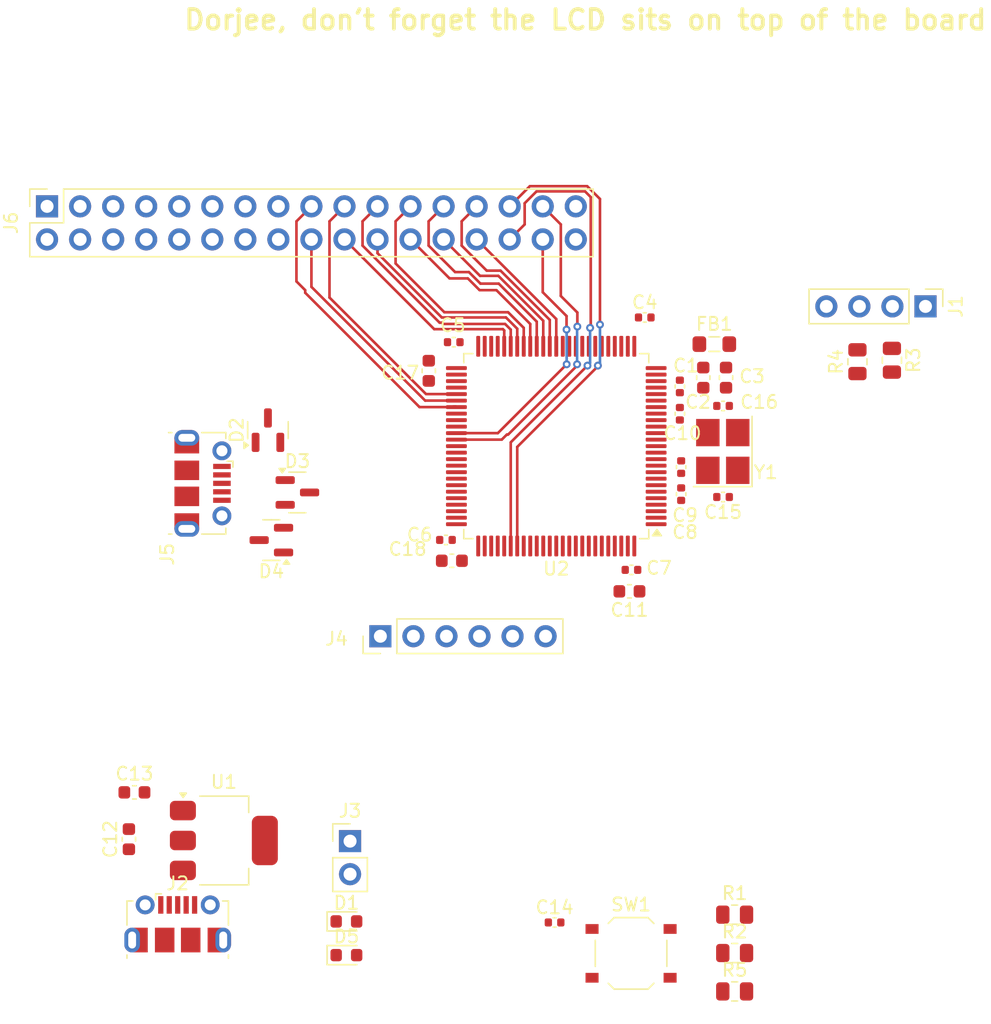
<source format=kicad_pcb>
(kicad_pcb (version 20241229) (generator "pcbnew") (generator_version "9.0")
  (layers (0 "F.Cu" signal) (4 "In1.Cu" signal) (6 "In2.Cu" signal) (2 "B.Cu" power) (13 "F.Paste" user) (15 "B.Paste" user) (5 "F.SilkS" user "F.Silkscreen") (7 "B.SilkS" user "B.Silkscreen") (1 "F.Mask" user) (3 "B.Mask" user) (25 "Edge.Cuts" user))
  (net 0 "")
  (net 1 "GND")
  (net 2 "+3.3VA")
  (net 3 "+3.3V")
  (net 4 "+5V")
  (net 5 "/SWD_NRST")
  (net 6 "/HSE_IN")
  (net 7 "/HSE_OUT")
  (net 8 "/VCAP1")
  (net 9 "/VCAP2")
  (net 10 "Net-(D1-K)")
  (net 11 "/USB_OTG_HS_VBUS")
  (net 12 "/USB_OTG_HS_D-")
  (net 13 "/USB_OTG_HS_D+")
  (net 14 "Net-(D5-A)")
  (net 15 "/USART2_RX")
  (net 16 "/USART2_TX")
  (net 26 "/SWDIO")
  (net 36 "/FMC_A16")
  (net 38 "/FMC_NOE")
  (net 39 "/LCD_NRST")
  (net 40 "/FMC_D12")
  (net 42 "/FMC_D14")
  (net 43 "/FMC_D13")
  (net 44 "/FMC_D9")
  (net 45 "/FMC_D6")
  (net 46 "/TP_SDI")
  (net 47 "/FMC_D8")
  (net 48 "/TP_IRQ")
  (net 49 "/FMC_NE1")
  (net 50 "/FMC_D7")
  (net 51 "/FMC_D3")
  (net 52 "/FMC_D15")
  (net 53 "/TP_SCK")
  (net 55 "/TP_CS")
  (net 56 "/FMC_D5")
  (net 57 "/BL_PWM")
  (net 58 "/FMC_D1")
  (net 59 "/TP_SDO")
  (net 60 "/FMC_D4")
  (net 61 "/FMC_D11")
  (net 62 "/FMC_D10")
  (net 63 "/FMC_D2")
  (net 64 "/FMC_NWE")
  (net 65 "/FMC_D0")
  (net 66 "/BOOT0")
  (net 67 "Net-(U2-PC9)")
  (net 109 "/SWDO")
  (net 110 "/SWDCLK")
  (net 113 "Net-(J1-Pin_3)")
  (net 114 "Net-(J1-Pin_2)")
  (footprint "Capacitor_SMD:C_0402_1005Metric" (layer "F.Cu") (at 192.5 77.5 -90)
    (property "Reference" "C9" (at 3.7 -0.3 0) (layer "F.SilkS"))
    (property "Value" "100n")
    (pad "1" smd roundrect (at -0.48 0 270) (size 0.56 0.62) (layers "F.Cu" "F.Mask" "F.Paste") (net 3 "+3.3V"))
    (pad "2" smd roundrect (at 0.48 0 270) (size 0.56 0.62) (layers "F.Cu" "F.Mask" "F.Paste") (net 1 "GND"))
  )
  (footprint "Capacitor_SMD:C_0603_1608Metric" (layer "F.Cu") (at 150.475 102.5)
    (property "Reference" "C13" (at 0 -1.43 0) (layer "F.SilkS"))
    (property "Value" "22u")
    (pad "1" smd roundrect (at -0.775 0) (size 0.9 0.95) (layers "F.Cu" "F.Mask" "F.Paste") (net 3 "+3.3V"))
    (pad "2" smd roundrect (at 0.775 0) (size 0.9 0.95) (layers "F.Cu" "F.Mask" "F.Paste") (net 1 "GND"))
  )
  (footprint "Button_Switch_SMD:SW_Push_1P1T_XKB_TS-1187A" (layer "F.Cu") (at 188.65 114.875)
    (property "Reference" "SW1" (at 0 -3.75 0) (layer "F.SilkS"))
    (property "Value" "SW_Push")
    (pad "1" smd rect (at -3 -1.875) (size 1 0.75) (layers "F.Cu" "F.Mask" "F.Paste") (net 1 "GND"))
    (pad "1" smd rect (at 3 -1.875) (size 1 0.75) (layers "F.Cu" "F.Mask" "F.Paste") (net 1 "GND"))
    (pad "2" smd rect (at -3 1.875) (size 1 0.75) (layers "F.Cu" "F.Mask" "F.Paste") (net 5 "/SWD_NRST"))
    (pad "2" smd rect (at 3 1.875) (size 1 0.75) (layers "F.Cu" "F.Mask" "F.Paste") (net 5 "/SWD_NRST"))
  )
  (footprint "Resistor_SMD:R_0805_2012Metric" (layer "F.Cu") (at 208.7 69.2875 -90)
    (property "Reference" "R3" (at 0 -1.65 90) (layer "F.SilkS"))
    (property "Value" "220R")
    (pad "1" smd roundrect (at -0.9125 0 270) (size 1.025 1.4) (layers "F.Cu" "F.Mask" "F.Paste") (roundrect_rratio 0.243902) (net 16 "/USART2_TX"))
    (pad "2" smd roundrect (at 0.9125 0 270) (size 1.025 1.4) (layers "F.Cu" "F.Mask" "F.Paste") (roundrect_rratio 0.243902) (net 114 "Net-(J1-Pin_2)"))
  )
  (footprint "Connector_USB:USB_Micro-B_Molex-105017-0001" (layer "F.Cu") (at 155.7375 78.75 -90)
    (property "Reference" "J5" (at 5.45 2.7375 90) (layer "F.SilkS"))
    (property "Value" "USB_B_Micro")
    (pad "1" smd rect (at -1.3 -1.4625 270) (size 0.4 1.35) (layers "F.Cu" "F.Mask" "F.Paste") (net 11 "/USB_OTG_HS_VBUS"))
    (pad "2" smd rect (at -0.65 -1.4625 270) (size 0.4 1.35) (layers "F.Cu" "F.Mask" "F.Paste") (net 12 "/USB_OTG_HS_D-"))
    (pad "3" smd rect (at 0 -1.4625 270) (size 0.4 1.35) (layers "F.Cu" "F.Mask" "F.Paste") (net 13 "/USB_OTG_HS_D+"))
    (pad "4" smd rect (at 0.65 -1.4625 270) (size 0.4 1.35) (layers "F.Cu" "F.Mask" "F.Paste"))
    (pad "5" smd rect (at 1.3 -1.4625 270) (size 0.4 1.35) (layers "F.Cu" "F.Mask" "F.Paste") (net 1 "GND"))
    (pad "6" thru_hole oval (at -3.5 1.2375 90) (size 1.2 1.9) (drill oval 0.6 1.3) (property pad_prop_heatsink) (layers "*.Cu" "*.Mask"))
    (pad "6" smd rect (at -2.9 1.2375 270) (size 1.2 1.9) (layers "F.Cu" "F.Mask"))
    (pad "6" thru_hole circle (at -2.5 -1.4625 270) (size 1.45 1.45) (drill 0.85) (property pad_prop_heatsink) (layers "*.Cu" "*.Mask"))
    (pad "6" smd rect (at -1 1.2375 270) (size 1.5 1.9) (layers "F.Cu" "F.Mask" "F.Paste"))
    (pad "6" smd rect (at 1 1.2375 270) (size 1.5 1.9) (layers "F.Cu" "F.Mask" "F.Paste"))
    (pad "6" thru_hole circle (at 2.5 -1.4625 270) (size 1.45 1.45) (drill 0.85) (property pad_prop_heatsink) (layers "*.Cu" "*.Mask"))
    (pad "6" smd rect (at 2.9 1.2375 270) (size 1.2 1.9) (layers "F.Cu" "F.Mask"))
    (pad "6" thru_hole oval (at 3.5 1.2375 270) (size 1.2 1.9) (drill oval 0.6 1.3) (property pad_prop_heatsink) (layers "*.Cu" "*.Mask"))
  )
  (footprint "Capacitor_SMD:C_0402_1005Metric" (layer "F.Cu") (at 195.72 79.8 180)
    (property "Reference" "C15" (at 0 -1.16 0) (layer "F.SilkS"))
    (property "Value" "10p")
    (pad "1" smd roundrect (at -0.48 0 180) (size 0.56 0.62) (layers "F.Cu" "F.Mask" "F.Paste") (net 6 "/HSE_IN"))
    (pad "2" smd roundrect (at 0.48 0 180) (size 0.56 0.62) (layers "F.Cu" "F.Mask" "F.Paste") (net 1 "GND"))
  )
  (footprint "Resistor_SMD:R_0805_2012Metric" (layer "F.Cu") (at 196.6125 114.85)
    (property "Reference" "R2" (at 0 -1.65 0) (layer "F.SilkS"))
    (property "Value" "10k")
    (pad "1" smd roundrect (at -0.9125 0) (size 1.025 1.4) (layers "F.Cu" "F.Mask" "F.Paste") (roundrect_rratio 0.243902) (net 1 "GND"))
    (pad "2" smd roundrect (at 0.9125 0) (size 1.025 1.4) (layers "F.Cu" "F.Mask" "F.Paste") (roundrect_rratio 0.243902) (net 66 "/BOOT0"))
  )
  (footprint "Resistor_SMD:R_0805_2012Metric" (layer "F.Cu") (at 196.6125 117.8)
    (property "Reference" "R5" (at 0 -1.65 0) (layer "F.SilkS"))
    (property "Value" "1k")
    (pad "1" smd roundrect (at -0.9125 0) (size 1.025 1.4) (layers "F.Cu" "F.Mask" "F.Paste") (roundrect_rratio 0.243902) (net 67 "Net-(U2-PC9)"))
    (pad "2" smd roundrect (at 0.9125 0) (size 1.025 1.4) (layers "F.Cu" "F.Mask" "F.Paste") (roundrect_rratio 0.243902) (net 14 "Net-(D5-A)"))
  )
  (footprint "Crystal:Crystal_SMD_3225-4Pin_3.2x2.5mm_HandSoldering" (layer "F.Cu") (at 195.7 76.3 90)
    (property "Reference" "Y1" (at -1.6 3.3 0) (layer "F.SilkS"))
    (property "Value" "16MHz")
    (pad "1" smd rect (at -1.45 1.15 90) (size 2.1 1.8) (layers "F.Cu" "F.Mask" "F.Paste") (net 6 "/HSE_IN"))
    (pad "2" smd rect (at 1.45 1.15 90) (size 2.1 1.8) (layers "F.Cu" "F.Mask" "F.Paste") (net 1 "GND"))
    (pad "3" smd rect (at 1.45 -1.15 90) (size 2.1 1.8) (layers "F.Cu" "F.Mask" "F.Paste") (net 7 "/HSE_OUT"))
    (pad "4" smd rect (at -1.45 -1.15 90) (size 2.1 1.8) (layers "F.Cu" "F.Mask" "F.Paste") (net 1 "GND"))
  )
  (footprint "Capacitor_SMD:C_0603_1608Metric" (layer "F.Cu") (at 194.2 70.625 -90)
    (property "Reference" "C2" (at 1.865 0.4 180) (layer "F.SilkS"))
    (property "Value" "10u")
    (pad "1" smd roundrect (at -0.775 0 270) (size 0.9 0.95) (layers "F.Cu" "F.Mask" "F.Paste") (net 2 "+3.3VA"))
    (pad "2" smd roundrect (at 0.775 0 270) (size 0.9 0.95) (layers "F.Cu" "F.Mask" "F.Paste") (net 1 "GND"))
  )
  (footprint "Capacitor_SMD:C_0603_1608Metric" (layer "F.Cu") (at 150.05 106.1 90)
    (property "Reference" "C12" (at 0 -1.43 90) (layer "F.SilkS"))
    (property "Value" "22u")
    (pad "1" smd roundrect (at -0.775 0 90) (size 0.9 0.95) (layers "F.Cu" "F.Mask" "F.Paste") (net 4 "+5V"))
    (pad "2" smd roundrect (at 0.775 0 90) (size 0.9 0.95) (layers "F.Cu" "F.Mask" "F.Paste") (net 1 "GND"))
  )
  (footprint "LED_SMD:LED_0603_1608Metric" (layer "F.Cu") (at 166.77 112.42)
    (property "Reference" "D1" (at 0 -1.43 0) (layer "F.SilkS"))
    (property "Value" "RED")
    (pad "1" smd roundrect (at -0.7875 0) (size 0.875 0.95) (layers "F.Cu" "F.Mask" "F.Paste") (net 10 "Net-(D1-K)"))
    (pad "2" smd roundrect (at 0.7875 0) (size 0.875 0.95) (layers "F.Cu" "F.Mask" "F.Paste") (net 3 "+3.3V"))
  )
  (footprint "Capacitor_SMD:C_0402_1005Metric" (layer "F.Cu") (at 182.77 112.5)
    (property "Reference" "C14" (at 0 -1.16 0) (layer "F.SilkS"))
    (property "Value" "100n")
    (pad "1" smd roundrect (at -0.48 0) (size 0.56 0.62) (layers "F.Cu" "F.Mask" "F.Paste") (net 1 "GND"))
    (pad "2" smd roundrect (at 0.48 0) (size 0.56 0.62) (layers "F.Cu" "F.Mask" "F.Paste") (net 5 "/SWD_NRST"))
  )
  (footprint "Capacitor_SMD:C_0402_1005Metric" (layer "F.Cu") (at 192.5 79.58 90)
    (property "Reference" "C8" (at -2.92 0.3 0) (layer "F.SilkS"))
    (property "Value" "100n")
    (pad "1" smd roundrect (at -0.48 0 90) (size 0.56 0.62) (layers "F.Cu" "F.Mask" "F.Paste") (net 3 "+3.3V"))
    (pad "2" smd roundrect (at 0.48 0 90) (size 0.56 0.62) (layers "F.Cu" "F.Mask" "F.Paste") (net 1 "GND"))
  )
  (footprint "Package_TO_SOT_SMD:SOT-23" (layer "F.Cu") (at 160.7375 74.6625 90)
    (property "Reference" "D2" (at 0 -2.4 90) (layer "F.SilkS"))
    (property "Value" "P6SMB6.8")
    (pad "1" smd roundrect (at -0.9375 -0.95 90) (size 1.475 0.6) (layers "F.Cu" "F.Mask" "F.Paste") (net 1 "GND"))
    (pad "2" smd roundrect (at -0.9375 0.95 90) (size 1.475 0.6) (layers "F.Cu" "F.Mask" "F.Paste") (net 11 "/USB_OTG_HS_VBUS"))
    (pad "3" smd roundrect (at 0.9375 0 90) (size 1.475 0.6) (layers "F.Cu" "F.Mask" "F.Paste"))
  )
  (footprint "Capacitor_SMD:C_0402_1005Metric" (layer "F.Cu") (at 195.72 72.8)
    (property "Reference" "C16" (at 2.78 -0.3 0) (layer "F.SilkS"))
    (property "Value" "10p")
    (pad "1" smd roundrect (at -0.48 0) (size 0.56 0.62) (layers "F.Cu" "F.Mask" "F.Paste") (net 7 "/HSE_OUT"))
    (pad "2" smd roundrect (at 0.48 0) (size 0.56 0.62) (layers "F.Cu" "F.Mask" "F.Paste") (net 1 "GND"))
  )
  (footprint "Capacitor_SMD:C_0603_1608Metric" (layer "F.Cu") (at 174.875 84.7 180)
    (property "Reference" "C18" (at 3.4 0.9 180) (layer "F.SilkS"))
    (property "Value" "2u2")
    (pad "1" smd roundrect (at -0.775 0 180) (size 0.9 0.95) (layers "F.Cu" "F.Mask" "F.Paste") (net 9 "/VCAP2"))
    (pad "2" smd roundrect (at 0.775 0 180) (size 0.9 0.95) (layers "F.Cu" "F.Mask" "F.Paste") (net 1 "GND"))
  )
  (footprint "LED_SMD:LED_0603_1608Metric" (layer "F.Cu") (at 166.77 115.01)
    (property "Reference" "D5" (at 0 -1.43 0) (layer "F.SilkS"))
    (property "Value" "GREEN")
    (pad "1" smd roundrect (at -0.7875 0) (size 0.875 0.95) (layers "F.Cu" "F.Mask" "F.Paste") (net 1 "GND"))
    (pad "2" smd roundrect (at 0.7875 0) (size 0.875 0.95) (layers "F.Cu" "F.Mask" "F.Paste") (net 14 "Net-(D5-A)"))
  )
  (footprint "Package_TO_SOT_SMD:SOT-23" (layer "F.Cu") (at 161 83.1125 180)
    (property "Reference" "D4" (at 0 -2.4 0) (layer "F.SilkS"))
    (property "Value" "P6SMB6.8")
    (pad "1" smd roundrect (at -0.9375 -0.95 180) (size 1.475 0.6) (layers "F.Cu" "F.Mask" "F.Paste") (net 1 "GND"))
    (pad "2" smd roundrect (at -0.9375 0.95 180) (size 1.475 0.6) (layers "F.Cu" "F.Mask" "F.Paste") (net 13 "/USB_OTG_HS_D+"))
    (pad "3" smd roundrect (at 0.9375 0 180) (size 1.475 0.6) (layers "F.Cu" "F.Mask" "F.Paste"))
  )
  (footprint "Capacitor_SMD:C_0402_1005Metric" (layer "F.Cu") (at 175.02 67.9 180)
    (property "Reference" "C5" (at 0.07 1.3 0) (layer "F.SilkS"))
    (property "Value" "100n")
    (pad "1" smd roundrect (at -0.48 0 180) (size 0.56 0.62) (layers "F.Cu" "F.Mask" "F.Paste") (net 3 "+3.3V"))
    (pad "2" smd roundrect (at 0.48 0 180) (size 0.56 0.62) (layers "F.Cu" "F.Mask" "F.Paste") (net 1 "GND"))
  )
  (footprint "Connector_USB:USB_Micro-B_Molex-105017-0001" (layer "F.Cu") (at 153.8 112.6125)
    (property "Reference" "J2" (at 0 -3.1125 0) (layer "F.SilkS"))
    (property "Value" "USB_B_Micro")
    (pad "1" smd rect (at -1.3 -1.4625) (size 0.4 1.35) (layers "F.Cu" "F.Mask" "F.Paste") (net 4 "+5V"))
    (pad "2" smd rect (at -0.65 -1.4625) (size 0.4 1.35) (layers "F.Cu" "F.Mask" "F.Paste"))
    (pad "3" smd rect (at 0 -1.4625) (size 0.4 1.35) (layers "F.Cu" "F.Mask" "F.Paste"))
    (pad "4" smd rect (at 0.65 -1.4625) (size 0.4 1.35) (layers "F.Cu" "F.Mask" "F.Paste"))
    (pad "5" smd rect (at 1.3 -1.4625) (size 0.4 1.35) (layers "F.Cu" "F.Mask" "F.Paste") (net 1 "GND"))
    (pad "6" thru_hole oval (at -3.5 1.2375 180) (size 1.2 1.9) (drill oval 0.6 1.3) (property pad_prop_heatsink) (layers "*.Cu" "*.Mask"))
    (pad "6" smd rect (at -2.9 1.2375) (size 1.2 1.9) (layers "F.Cu" "F.Mask"))
    (pad "6" thru_hole circle (at -2.5 -1.4625) (size 1.45 1.45) (drill 0.85) (property pad_prop_heatsink) (layers "*.Cu" "*.Mask"))
    (pad "6" smd rect (at -1 1.2375) (size 1.5 1.9) (layers "F.Cu" "F.Mask" "F.Paste"))
    (pad "6" smd rect (at 1 1.2375) (size 1.5 1.9) (layers "F.Cu" "F.Mask" "F.Paste"))
    (pad "6" thru_hole circle (at 2.5 -1.4625) (size 1.45 1.45) (drill 0.85) (property pad_prop_heatsink) (layers "*.Cu" "*.Mask"))
    (pad "6" smd rect (at 2.9 1.2375) (size 1.2 1.9) (layers "F.Cu" "F.Mask"))
    (pad "6" thru_hole oval (at 3.5 1.2375) (size 1.2 1.9) (drill oval 0.6 1.3) (property pad_prop_heatsink) (layers "*.Cu" "*.Mask"))
  )
  (footprint "Package_QFP:LQFP-100_14x14mm_P0.5mm" (layer "F.Cu") (at 182.9 75.89 180)
    (property "Reference" "U2" (at 0 -9.42 0) (layer "F.SilkS"))
    (property "Value" "STM32F429VITx")
    (pad "1" smd roundrect (at -7.675 -6 180) (size 1.6 0.3) (layers "F.Cu" "F.Mask" "F.Paste"))
    (pad "2" smd roundrect (at -7.675 -5.5 180) (size 1.6 0.3) (layers "F.Cu" "F.Mask" "F.Paste"))
    (pad "3" smd roundrect (at -7.675 -5 180) (size 1.6 0.3) (layers "F.Cu" "F.Mask" "F.Paste"))
    (pad "4" smd roundrect (at -7.675 -4.5 180) (size 1.6 0.3) (layers "F.Cu" "F.Mask" "F.Paste"))
    (pad "5" smd roundrect (at -7.675 -4 180) (size 1.6 0.3) (layers "F.Cu" "F.Mask" "F.Paste"))
    (pad "6" smd roundrect (at -7.675 -3.5 180) (size 1.6 0.3) (layers "F.Cu" "F.Mask" "F.Paste") (net 3 "+3.3V"))
    (pad "7" smd roundrect (at -7.675 -3 180) (size 1.6 0.3) (layers "F.Cu" "F.Mask" "F.Paste"))
    (pad "8" smd roundrect (at -7.675 -2.5 180) (size 1.6 0.3) (layers "F.Cu" "F.Mask" "F.Paste"))
    (pad "9" smd roundrect (at -7.675 -2 180) (size 1.6 0.3) (layers "F.Cu" "F.Mask" "F.Paste"))
    (pad "10" smd roundrect (at -7.675 -1.5 180) (size 1.6 0.3) (layers "F.Cu" "F.Mask" "F.Paste") (net 1 "GND"))
    (pad "11" smd roundrect (at -7.675 -1 180) (size 1.6 0.3) (layers "F.Cu" "F.Mask" "F.Paste") (net 3 "+3.3V"))
    (pad "12" smd roundrect (at -7.675 -0.5 180) (size 1.6 0.3) (layers "F.Cu" "F.Mask" "F.Paste") (net 6 "/HSE_IN"))
    (pad "13" smd roundrect (at -7.675 0 180) (size 1.6 0.3) (layers "F.Cu" "F.Mask" "F.Paste") (net 7 "/HSE_OUT"))
    (pad "14" smd roundrect (at -7.675 0.5 180) (size 1.6 0.3) (layers "F.Cu" "F.Mask" "F.Paste") (net 5 "/SWD_NRST"))
    (pad "15" smd roundrect (at -7.675 1 180) (size 1.6 0.3) (layers "F.Cu" "F.Mask" "F.Paste"))
    (pad "16" smd roundrect (at -7.675 1.5 180) (size 1.6 0.3) (layers "F.Cu" "F.Mask" "F.Paste"))
    (pad "17" smd roundrect (at -7.675 2 180) (size 1.6 0.3) (layers "F.Cu" "F.Mask" "F.Paste"))
    (pad "18" smd roundrect (at -7.675 2.5 180) (size 1.6 0.3) (layers "F.Cu" "F.Mask" "F.Paste"))
    (pad "19" smd roundrect (at -7.675 3 180) (size 1.6 0.3) (layers "F.Cu" "F.Mask" "F.Paste") (net 3 "+3.3V"))
    (pad "20" smd roundrect (at -7.675 3.5 180) (size 1.6 0.3) (layers "F.Cu" "F.Mask" "F.Paste") (net 1 "GND"))
    (pad "21" smd roundrect (at -7.675 4 180) (size 1.6 0.3) (layers "F.Cu" "F.Mask" "F.Paste") (net 2 "+3.3VA"))
    (pad "22" smd roundrect (at -7.675 4.5 180) (size 1.6 0.3) (layers "F.Cu" "F.Mask" "F.Paste") (net 2 "+3.3VA"))
    (pad "23" smd roundrect (at -7.675 5 180) (size 1.6 0.3) (layers "F.Cu" "F.Mask" "F.Paste"))
    (pad "24" smd roundrect (at -7.675 5.5 180) (size 1.6 0.3) (layers "F.Cu" "F.Mask" "F.Paste") (net 57 "/BL_PWM"))
    (pad "25" smd roundrect (at -7.675 6 180) (size 1.6 0.3) (layers "F.Cu" "F.Mask" "F.Paste") (net 16 "/USART2_TX"))
    (pad "26" smd roundrect (at -6 7.675 180) (size 0.3 1.6) (layers "F.Cu" "F.Mask" "F.Paste") (net 15 "/USART2_RX"))
    (pad "27" smd roundrect (at -5.5 7.675 180) (size 0.3 1.6) (layers "F.Cu" "F.Mask" "F.Paste") (net 1 "GND"))
    (pad "28" smd roundrect (at -5 7.675 180) (size 0.3 1.6) (layers "F.Cu" "F.Mask" "F.Paste") (net 3 "+3.3V"))
    (pad "29" smd roundrect (at -4.5 7.675 180) (size 0.3 1.6) (layers "F.Cu" "F.Mask" "F.Paste") (net 55 "/TP_CS"))
    (pad "30" smd roundrect (at -4 7.675 180) (size 0.3 1.6) (layers "F.Cu" "F.Mask" "F.Paste") (net 53 "/TP_SCK"))
    (pad "31" smd roundrect (at -3.5 7.675 180) (size 0.3 1.6) (layers "F.Cu" "F.Mask" "F.Paste") (net 59 "/TP_SDO"))
    (pad "32" smd roundrect (at -3 7.675 180) (size 0.3 1.6) (layers "F.Cu" "F.Mask" "F.Paste") (net 46 "/TP_SDI"))
    (pad "33" smd roundrect (at -2.5 7.675 180) (size 0.3 1.6) (layers "F.Cu" "F.Mask" "F.Paste") (net 48 "/TP_IRQ"))
    (pad "34" smd roundrect (at -2 7.675 180) (size 0.3 1.6) (layers "F.Cu" "F.Mask" "F.Paste"))
    (pad "35" smd roundrect (at -1.5 7.675 180) (size 0.3 1.6) (layers "F.Cu" "F.Mask" "F.Paste"))
    (pad "36" smd roundrect (at -1 7.675 180) (size 0.3 1.6) (layers "F.Cu" "F.Mask" "F.Paste"))
    (pad "37" smd roundrect (at -0.5 7.675 180) (size 0.3 1.6) (layers "F.Cu" "F.Mask" "F.Paste"))
    (pad "38" smd roundrect (at 0 7.675 180) (size 0.3 1.6) (layers "F.Cu" "F.Mask" "F.Paste") (net 60 "/FMC_D4"))
    (pad "39" smd roundrect (at 0.5 7.675 180) (size 0.3 1.6) (layers "F.Cu" "F.Mask" "F.Paste") (net 56 "/FMC_D5"))
    (pad "40" smd roundrect (at 1 7.675 180) (size 0.3 1.6) (layers "F.Cu" "F.Mask" "F.Paste") (net 45 "/FMC_D6"))
    (pad "41" smd roundrect (at 1.5 7.675 180) (size 0.3 1.6) (layers "F.Cu" "F.Mask" "F.Paste") (net 50 "/FMC_D7"))
    (pad "42" smd roundrect (at 2 7.675 180) (size 0.3 1.6) (layers "F.Cu" "F.Mask" "F.Paste") (net 47 "/FMC_D8"))
    (pad "43" smd roundrect (at 2.5 7.675 180) (size 0.3 1.6) (layers "F.Cu" "F.Mask" "F.Paste") (net 44 "/FMC_D9"))
    (pad "44" smd roundrect (at 3 7.675 180) (size 0.3 1.6) (layers "F.Cu" "F.Mask" "F.Paste") (net 62 "/FMC_D10"))
    (pad "45" smd roundrect (at 3.5 7.675 180) (size 0.3 1.6) (layers "F.Cu" "F.Mask" "F.Paste") (net 61 "/FMC_D11"))
    (pad "46" smd roundrect (at 4 7.675 180) (size 0.3 1.6) (layers "F.Cu" "F.Mask" "F.Paste") (net 40 "/FMC_D12"))
    (pad "47" smd roundrect (at 4.5 7.675 180) (size 0.3 1.6) (layers "F.Cu" "F.Mask" "F.Paste"))
    (pad "48" smd roundrect (at 5 7.675 180) (size 0.3 1.6) (layers "F.Cu" "F.Mask" "F.Paste"))
    (pad "49" smd roundrect (at 5.5 7.675 180) (size 0.3 1.6) (layers "F.Cu" "F.Mask" "F.Paste") (net 8 "/VCAP1"))
    (pad "50" smd roundrect (at 6 7.675 180) (size 0.3 1.6) (layers "F.Cu" "F.Mask" "F.Paste") (net 3 "+3.3V"))
    (pad "51" smd roundrect (at 7.675 6 180) (size 1.6 0.3) (layers "F.Cu" "F.Mask" "F.Paste"))
    (pad "52" smd roundrect (at 7.675 5.5 180) (size 1.6 0.3) (layers "F.Cu" "F.Mask" "F.Paste"))
    (pad "53" smd roundrect (at 7.675 5 180) (size 1.6 0.3) (layers "F.Cu" "F.Mask" "F.Paste"))
    (pad "54" smd roundrect (at 7.675 4.5 180) (size 1.6 0.3) (layers "F.Cu" "F.Mask" "F.Paste"))
    (pad "55" smd roundrect (at 7.675 4 180) (size 1.6 0.3) (layers "F.Cu" "F.Mask" "F.Paste") (net 43 "/FMC_D13"))
    (pad "56" smd roundrect (at 7.675 3.5 180) (size 1.6 0.3) (layers "F.Cu" "F.Mask" "F.Paste") (net 42 "/FMC_D14"))
    (pad "57" smd roundrect (at 7.675 3 180) (size 1.6 0.3) (layers "F.Cu" "F.Mask" "F.Paste") (net 52 "/FMC_D15"))
    (pad "58" smd roundrect (at 7.675 2.5 180) (size 1.6 0.3) (layers "F.Cu" "F.Mask" "F.Paste") (net 36 "/FMC_A16"))
    (pad "59" smd roundrect (at 7.675 2 180) (size 1.6 0.3) (layers "F.Cu" "F.Mask" "F.Paste"))
    (pad "60" smd roundrect (at 7.675 1.5 180) (size 1.6 0.3) (layers "F.Cu" "F.Mask" "F.Paste"))
    (pad "61" smd roundrect (at 7.675 1 180) (size 1.6 0.3) (layers "F.Cu" "F.Mask" "F.Paste") (net 65 "/FMC_D0"))
    (pad "62" smd roundrect (at 7.675 0.5 180) (size 1.6 0.3) (layers "F.Cu" "F.Mask" "F.Paste") (net 58 "/FMC_D1"))
    (pad "63" smd roundrect (at 7.675 0 180) (size 1.6 0.3) (layers "F.Cu" "F.Mask" "F.Paste"))
    (pad "64" smd roundrect (at 7.675 -0.5 180) (size 1.6 0.3) (layers "F.Cu" "F.Mask" "F.Paste"))
    (pad "65" smd roundrect (at 7.675 -1 180) (size 1.6 0.3) (layers "F.Cu" "F.Mask" "F.Paste"))
    (pad "66" smd roundrect (at 7.675 -1.5 180) (size 1.6 0.3) (layers "F.Cu" "F.Mask" "F.Paste") (net 67 "Net-(U2-PC9)"))
    (pad "67" smd roundrect (at 7.675 -2 180) (size 1.6 0.3) (layers "F.Cu" "F.Mask" "F.Paste"))
    (pad "68" smd roundrect (at 7.675 -2.5 180) (size 1.6 0.3) (layers "F.Cu" "F.Mask" "F.Paste") (net 11 "/USB_OTG_HS_VBUS"))
    (pad "69" smd roundrect (at 7.675 -3 180) (size 1.6 0.3) (layers "F.Cu" "F.Mask" "F.Paste"))
    (pad "70" smd roundrect (at 7.675 -3.5 180) (size 1.6 0.3) (layers "F.Cu" "F.Mask" "F.Paste") (net 12 "/USB_OTG_HS_D-"))
    (pad "71" smd roundrect (at 7.675 -4 180) (size 1.6 0.3) (layers "F.Cu" "F.Mask" "F.Paste") (net 13 "/USB_OTG_HS_D+"))
    (pad "72" smd roundrect (at 7.675 -4.5 180) (size 1.6 0.3) (layers "F.Cu" "F.Mask" "F.Paste") (net 26 "/SWDIO"))
    (pad "73" smd roundrect (at 7.675 -5 180) (size 1.6 0.3) (layers "F.Cu" "F.Mask" "F.Paste") (net 9 "/VCAP2"))
    (pad "74" smd roundrect (at 7.675 -5.5 180) (size 1.6 0.3) (layers "F.Cu" "F.Mask" "F.Paste") (net 1 "GND"))
    (pad "75" smd roundrect (at 7.675 -6 180) (size 1.6 0.3) (layers "F.Cu" "F.Mask" "F.Paste") (net 3 "+3.3V"))
    (pad "76" smd roundrect (at 6 -7.675 180) (size 0.3 1.6) (layers "F.Cu" "F.Mask" "F.Paste") (net 110 "/SWDCLK"))
    (pad "77" smd roundrect (at 5.5 -7.675 180) (size 0.3 1.6) (layers "F.Cu" "F.Mask" "F.Paste"))
    (pad "78" smd roundrect (at 5 -7.675 180) (size 0.3 1.6) (layers "F.Cu" "F.Mask" "F.Paste"))
    (pad "79" smd roundrect (at 4.5 -7.675 180) (size 0.3 1.6) (layers "F.Cu" "F.Mask" "F.Paste"))
    (pad "80" smd roundrect (at 4 -7.675 180) (size 0.3 1.6) (layers "F.Cu" "F.Mask" "F.Paste"))
    (pad "81" smd roundrect (at 3.5 -7.675 180) (size 0.3 1.6) (layers "F.Cu" "F.Mask" "F.Paste") (net 63 "/FMC_D2"))
    (pad "82" smd roundrect (at 3 -7.675 180) (size 0.3 1.6) (layers "F.Cu" "F.Mask" "F.Paste") (net 51 "/FMC_D3"))
    (pad "83" smd roundrect (at 2.5 -7.675 180) (size 0.3 1.6) (layers "F.Cu" "F.Mask" "F.Paste"))
    (pad "84" smd roundrect (at 2 -7.675 180) (size 0.3 1.6) (layers "F.Cu" "F.Mask" "F.Paste"))
    (pad "85" smd roundrect (at 1.5 -7.675 180) (size 0.3 1.6) (layers "F.Cu" "F.Mask" "F.Paste") (net 38 "/FMC_NOE"))
    (pad "86" smd roundrect (at 1 -7.675 180) (size 0.3 1.6) (layers "F.Cu" "F.Mask" "F.Paste") (net 64 "/FMC_NWE"))
    (pad "87" smd roundrect (at 0.5 -7.675 180) (size 0.3 1.6) (layers "F.Cu" "F.Mask" "F.Paste") (net 39 "/LCD_NRST"))
    (pad "88" smd roundrect (at 0 -7.675 180) (size 0.3 1.6) (layers "F.Cu" "F.Mask" "F.Paste") (net 49 "/FMC_NE1"))
    (pad "89" smd roundrect (at -0.5 -7.675 180) (size 0.3 1.6) (layers "F.Cu" "F.Mask" "F.Paste") (net 109 "/SWDO"))
    (pad "90" smd roundrect (at -1 -7.675 180) (size 0.3 1.6) (layers "F.Cu" "F.Mask" "F.Paste"))
    (pad "91" smd roundrect (at -1.5 -7.675 180) (size 0.3 1.6) (layers "F.Cu" "F.Mask" "F.Paste"))
    (pad "92" smd roundrect (at -2 -7.675 180) (size 0.3 1.6) (layers "F.Cu" "F.Mask" "F.Paste"))
    (pad "93" smd roundrect (at -2.5 -7.675 180) (size 0.3 1.6) (layers "F.Cu" "F.Mask" "F.Paste"))
    (pad "94" smd roundrect (at -3 -7.675 180) (size 0.3 1.6) (layers "F.Cu" "F.Mask" "F.Paste") (net 66 "/BOOT0"))
    (pad "95" smd roundrect (at -3.5 -7.675 180) (size 0.3 1.6) (layers "F.Cu" "F.Mask" "F.Paste"))
    (pad "96" smd roundrect (at -4 -7.675 180) (size 0.3 1.6) (layers "F.Cu" "F.Mask" "F.Paste"))
    (pad "97" smd roundrect (at -4.5 -7.675 180) (size 0.3 1.6) (layers "F.Cu" "F.Mask" "F.Paste"))
    (pad "98" smd roundrect (at -5 -7.675 180) (size 0.3 1.6) (layers "F.Cu" "F.Mask" "F.Paste"))
    (pad "99" smd roundrect (at -5.5 -7.675 180) (size 0.3 1.6) (layers "F.Cu" "F.Mask" "F.Paste") (net 1 "GND"))
    (pad "100" smd roundrect (at -6 -7.675 180) (size 0.3 1.6) (layers "F.Cu" "F.Mask" "F.Paste") (net 3 "+3.3V"))
  )
  (footprint "Package_TO_SOT_SMD:SOT-223-3_TabPin2" (layer "F.Cu") (at 157.35 106.2)
    (property "Reference" "U1" (at 0 -4.5 0) (layer "F.SilkS"))
    (property "Value" "AMS1117-3.3")
    (pad "1" smd roundrect (at -3.15 -2.3) (size 2 1.5) (layers "F.Cu" "F.Mask" "F.Paste") (net 1 "GND"))
    (pad "2" smd roundrect (at -3.15 0) (size 2 1.5) (layers "F.Cu" "F.Mask" "F.Paste") (net 3 "+3.3V"))
    (pad "2" smd roundrect (at 3.15 0) (size 2 3.8) (layers "F.Cu" "F.Mask" "F.Paste") (net 3 "+3.3V"))
    (pad "3" smd roundrect (at -3.15 2.3) (size 2 1.5) (layers "F.Cu" "F.Mask" "F.Paste") (net 4 "+5V"))
  )
  (footprint "Capacitor_SMD:C_0402_1005Metric" (layer "F.Cu") (at 189.7 66)
    (property "Reference" "C4" (at 0 -1.16 0) (layer "F.SilkS"))
    (property "Value" "100n")
    (pad "1" smd roundrect (at -0.48 0) (size 0.56 0.62) (layers "F.Cu" "F.Mask" "F.Paste") (net 3 "+3.3V"))
    (pad "2" smd roundrect (at 0.48 0) (size 0.56 0.62) (layers "F.Cu" "F.Mask" "F.Paste") (net 1 "GND"))
  )
  (footprint "Capacitor_SMD:C_0402_1005Metric" (layer "F.Cu") (at 192.4 71.3 -90)
    (property "Reference" "C1" (at -1.6 -0.46 0) (layer "F.SilkS"))
    (property "Value" "100n")
    (pad "1" smd roundrect (at -0.48 0 270) (size 0.56 0.62) (layers "F.Cu" "F.Mask" "F.Paste") (net 2 "+3.3VA"))
    (pad "2" smd roundrect (at 0.48 0 270) (size 0.56 0.62) (layers "F.Cu" "F.Mask" "F.Paste") (net 1 "GND"))
  )
  (footprint "Connector_PinHeader_2.54mm:PinHeader_1x02_P2.54mm_Vertical" (layer "F.Cu") (at 167.05 106.25)
    (property "Reference" "J3" (at 0 -2.33 0) (layer "F.SilkS"))
    (property "Value" "Conn_01x02")
    (pad "1" thru_hole rect (at 0 0) (size 1.7 1.7) (drill 1) (layers "*.Cu" "*.Mask") (net 4 "+5V"))
    (pad "2" thru_hole oval (at 0 2.54) (size 1.7 1.7) (drill 1) (layers "*.Cu" "*.Mask") (net 1 "GND"))
  )
  (footprint "Capacitor_SMD:C_0402_1005Metric" (layer "F.Cu") (at 188.68 85.4 180)
    (property "Reference" "C7" (at -2.12 0.15 0) (layer "F.SilkS"))
    (property "Value" "100n")
    (pad "1" smd roundrect (at -0.48 0 180) (size 0.56 0.62) (layers "F.Cu" "F.Mask" "F.Paste") (net 3 "+3.3V"))
    (pad "2" smd roundrect (at 0.48 0 180) (size 0.56 0.62) (layers "F.Cu" "F.Mask" "F.Paste") (net 1 "GND"))
  )
  (footprint "Connector_PinHeader_2.54mm:PinHeader_1x06_P2.54mm_Vertical" (layer "F.Cu") (at 169.38 90.5 90)
    (property "Reference" "J4" (at -0.2 -3.37 0) (layer "F.SilkS"))
    (property "Value" "Conn_01x06")
    (pad "1" thru_hole rect (at 0 0 90) (size 1.7 1.7) (drill 1) (layers "*.Cu" "*.Mask") (net 3 "+3.3V"))
    (pad "2" thru_hole oval (at 0 2.54 90) (size 1.7 1.7) (drill 1) (layers "*.Cu" "*.Mask") (net 5 "/SWD_NRST"))
    (pad "3" thru_hole oval (at 0 5.08 90) (size 1.7 1.7) (drill 1) (layers "*.Cu" "*.Mask") (net 26 "/SWDIO"))
    (pad "4" thru_hole oval (at 0 7.62 90) (size 1.7 1.7) (drill 1) (layers "*.Cu" "*.Mask") (net 110 "/SWDCLK"))
    (pad "5" thru_hole oval (at 0 10.16 90) (size 1.7 1.7) (drill 1) (layers "*.Cu" "*.Mask") (net 109 "/SWDO"))
    (pad "6" thru_hole oval (at 0 12.7 90) (size 1.7 1.7) (drill 1) (layers "*.Cu" "*.Mask") (net 1 "GND"))
  )
  (footprint "Connector_PinHeader_2.54mm:PinHeader_1x04_P2.54mm_Vertical" (layer "F.Cu") (at 211.28 65.15 -90)
    (property "Reference" "J1" (at 0 -2.33 90) (layer "F.SilkS"))
    (property "Value" "Conn_01x04")
    (pad "1" thru_hole rect (at 0 0 270) (size 1.7 1.7) (drill 1) (layers "*.Cu" "*.Mask") (net 3 "+3.3V"))
    (pad "2" thru_hole oval (at 0 2.54 270) (size 1.7 1.7) (drill 1) (layers "*.Cu" "*.Mask") (net 114 "Net-(J1-Pin_2)"))
    (pad "3" thru_hole oval (at 0 5.08 270) (size 1.7 1.7) (drill 1) (layers "*.Cu" "*.Mask") (net 113 "Net-(J1-Pin_3)"))
    (pad "4" thru_hole oval (at 0 7.62 270) (size 1.7 1.7) (drill 1) (layers "*.Cu" "*.Mask") (net 1 "GND"))
  )
  (footprint "Capacitor_SMD:C_0402_1005Metric" (layer "F.Cu") (at 174.42 83.1 180)
    (property "Reference" "C6" (at 2.02 0.4 0) (layer "F.SilkS"))
    (property "Value" "100n")
    (pad "1" smd roundrect (at -0.48 0 180) (size 0.56 0.62) (layers "F.Cu" "F.Mask" "F.Paste") (net 3 "+3.3V"))
    (pad "2" smd roundrect (at 0.48 0 180) (size 0.56 0.62) (layers "F.Cu" "F.Mask" "F.Paste") (net 1 "GND"))
  )
  (footprint "Capacitor_SMD:C_0402_1005Metric" (layer "F.Cu") (at 192.4 73.4 90)
    (property "Reference" "C10" (at -1.5 0.2 0) (layer "F.SilkS"))
    (property "Value" "100n")
    (pad "1" smd roundrect (at -0.48 0 90) (size 0.56 0.62) (layers "F.Cu" "F.Mask" "F.Paste") (net 3 "+3.3V"))
    (pad "2" smd roundrect (at 0.48 0 90) (size 0.56 0.62) (layers "F.Cu" "F.Mask" "F.Paste") (net 1 "GND"))
  )
  (footprint "Capacitor_SMD:C_0603_1608Metric" (layer "F.Cu") (at 195.95 70.625 -90)
    (property "Reference" "C3" (at -0.1 -2 0) (layer "F.SilkS"))
    (property "Value" "1u")
    (pad "1" smd roundrect (at -0.775 0 270) (size 0.9 0.95) (layers "F.Cu" "F.Mask" "F.Paste") (net 3 "+3.3V"))
    (pad "2" smd roundrect (at 0.775 0 270) (size 0.9 0.95) (layers "F.Cu" "F.Mask" "F.Paste") (net 1 "GND"))
  )
  (footprint "Inductor_SMD:L_0805_2012Metric_Pad1.05x1.20mm_HandSolder" (layer "F.Cu") (at 195.05 68.05)
    (property "Reference" "FB1" (at 0 -1.55 0) (layer "F.SilkS"))
    (property "Value" "120R")
    (pad "1" smd roundrect (at -1.15 0) (size 1.05 1.2) (layers "F.Cu" "F.Mask" "F.Paste") (roundrect_rratio 0.238095) (net 2 "+3.3VA"))
    (pad "2" smd roundrect (at 1.15 0) (size 1.05 1.2) (layers "F.Cu" "F.Mask" "F.Paste") (roundrect_rratio 0.238095) (net 3 "+3.3V"))
  )
  (footprint "Capacitor_SMD:C_0603_1608Metric" (layer "F.Cu") (at 188.525 87.05 180)
    (property "Reference" "C11" (at 0 -1.43 0) (layer "F.SilkS"))
    (property "Value" "10u")
    (pad "1" smd roundrect (at -0.775 0 180) (size 0.9 0.95) (layers "F.Cu" "F.Mask" "F.Paste") (net 3 "+3.3V"))
    (pad "2" smd roundrect (at 0.775 0 180) (size 0.9 0.95) (layers "F.Cu" "F.Mask" "F.Paste") (net 1 "GND"))
  )
  (footprint "Package_TO_SOT_SMD:SOT-23" (layer "F.Cu") (at 163 79.45)
    (property "Reference" "D3" (at 0 -2.4 0) (layer "F.SilkS"))
    (property "Value" "P6SMB6.8")
    (pad "1" smd roundrect (at -0.9375 -0.95) (size 1.475 0.6) (layers "F.Cu" "F.Mask" "F.Paste") (net 1 "GND"))
    (pad "2" smd roundrect (at -0.9375 0.95) (size 1.475 0.6) (layers "F.Cu" "F.Mask" "F.Paste") (net 12 "/USB_OTG_HS_D-"))
    (pad "3" smd roundrect (at 0.9375 0) (size 1.475 0.6) (layers "F.Cu" "F.Mask" "F.Paste"))
  )
  (footprint "Capacitor_SMD:C_0603_1608Metric" (layer "F.Cu") (at 173.1 70.1 -90)
    (property "Reference" "C17" (at 0.15 2.2 180) (layer "F.SilkS"))
    (property "Value" "2u2")
    (pad "1" smd roundrect (at -0.775 0 270) (size 0.9 0.95) (layers "F.Cu" "F.Mask" "F.Paste") (net 8 "/VCAP1"))
    (pad "2" smd roundrect (at 0.775 0 270) (size 0.9 0.95) (layers "F.Cu" "F.Mask" "F.Paste") (net 1 "GND"))
  )
  (footprint "Resistor_SMD:R_0805_2012Metric" (layer "F.Cu") (at 206.05 69.4 90)
    (property "Reference" "R4" (at 0 -1.65 90) (layer "F.SilkS"))
    (property "Value" "220R")
    (pad "1" smd roundrect (at -0.9125 0 90) (size 1.025 1.4) (layers "F.Cu" "F.Mask" "F.Paste") (roundrect_rratio 0.243902) (net 15 "/USART2_RX"))
    (pad "2" smd roundrect (at 0.9125 0 90) (size 1.025 1.4) (layers "F.Cu" "F.Mask" "F.Paste") (roundrect_rratio 0.243902) (net 113 "Net-(J1-Pin_3)"))
  )
  (footprint "Resistor_SMD:R_0805_2012Metric" (layer "F.Cu") (at 196.6125 111.9)
    (property "Reference" "R1" (at 0 -1.65 0) (layer "F.SilkS"))
    (property "Value" "1k")
    (pad "1" smd roundrect (at -0.9125 0) (size 1.025 1.4) (layers "F.Cu" "F.Mask" "F.Paste") (roundrect_rratio 0.243902) (net 10 "Net-(D1-K)"))
    (pad "2" smd roundrect (at 0.9125 0) (size 1.025 1.4) (layers "F.Cu" "F.Mask" "F.Paste") (roundrect_rratio 0.243902) (net 1 "GND"))
  )
  (footprint "Connector_PinSocket_2.54mm:PinSocket_2x17_P2.54mm_Vertical" (layer "F.Cu") (at 143.76 57.46 90)
    (property "Reference" "J6" (at -1.27 -2.77 90) (layer "F.SilkS"))
    (property "Value" "2x17 odd-even connector")
    (pad "1" thru_hole rect (at 0 0 90) (size 1.7 1.7) (drill 1) (layers "*.Cu" "*.Mask") (net 1 "GND"))
    (pad "2" thru_hole oval (at -2.54 0 90) (size 1.7 1.7) (drill 1) (layers "*.Cu" "*.Mask") (net 3 "+3.3V"))
    (pad "3" thru_hole oval (at 0 2.54 90) (size 1.7 1.7) (drill 1) (layers "*.Cu" "*.Mask") (net 59 "/TP_SDO"))
    (pad "4" thru_hole oval (at -2.54 2.54 90) (size 1.7 1.7) (drill 1) (layers "*.Cu" "*.Mask") (net 46 "/TP_SDI"))
    (pad "5" thru_hole oval (at 0 5.08 90) (size 1.7 1.7) (drill 1) (layers "*.Cu" "*.Mask") (net 53 "/TP_SCK"))
    (pad "6" thru_hole oval (at -2.54 5.08 90) (size 1.7 1.7) (drill 1) (layers "*.Cu" "*.Mask") (net 55 "/TP_CS"))
    (pad "7" thru_hole oval (at 0 7.62 90) (size 1.7 1.7) (drill 1) (layers "*.Cu" "*.Mask") (net 48 "/TP_IRQ"))
    (pad "8" thru_hole oval (at -2.54 7.62 90) (size 1.7 1.7) (drill 1) (layers "*.Cu" "*.Mask") (net 57 "/BL_PWM"))
    (pad "9" thru_hole oval (at 0 10.16 90) (size 1.7 1.7) (drill 1) (layers "*.Cu" "*.Mask") (net 1 "GND"))
    (pad "10" thru_hole oval (at -2.54 10.16 90) (size 1.7 1.7) (drill 1) (layers "*.Cu" "*.Mask") (net 3 "+3.3V"))
    (pad "11" thru_hole oval (at 0 12.7 90) (size 1.7 1.7) (drill 1) (layers "*.Cu" "*.Mask"))
    (pad "12" thru_hole oval (at -2.54 12.7 90) (size 1.7 1.7) (drill 1) (layers "*.Cu" "*.Mask") (net 39 "/LCD_NRST"))
    (pad "13" thru_hole oval (at 0 15.24 90) (size 1.7 1.7) (drill 1) (layers "*.Cu" "*.Mask") (net 38 "/FMC_NOE"))
    (pad "14" thru_hole oval (at -2.54 15.24 90) (size 1.7 1.7) (drill 1) (layers "*.Cu" "*.Mask") (net 64 "/FMC_NWE"))
    (pad "15" thru_hole oval (at 0 17.78 90) (size 1.7 1.7) (drill 1) (layers "*.Cu" "*.Mask") (net 36 "/FMC_A16"))
    (pad "16" thru_hole oval (at -2.54 17.78 90) (size 1.7 1.7) (drill 1) (layers "*.Cu" "*.Mask") (net 49 "/FMC_NE1"))
    (pad "17" thru_hole oval (at 0 20.32 90) (size 1.7 1.7) (drill 1) (layers "*.Cu" "*.Mask") (net 52 "/FMC_D15"))
    (pad "18" thru_hole oval (at -2.54 20.32 90) (size 1.7 1.7) (drill 1) (layers "*.Cu" "*.Mask") (net 42 "/FMC_D14"))
    (pad "19" thru_hole oval (at 0 22.86 90) (size 1.7 1.7) (drill 1) (layers "*.Cu" "*.Mask") (net 43 "/FMC_D13"))
    (pad "20" thru_hole oval (at -2.54 22.86 90) (size 1.7 1.7) (drill 1) (layers "*.Cu" "*.Mask") (net 40 "/FMC_D12"))
    (pad "21" thru_hole oval (at 0 25.4 90) (size 1.7 1.7) (drill 1) (layers "*.Cu" "*.Mask") (net 61 "/FMC_D11"))
    (pad "22" thru_hole oval (at -2.54 25.4 90) (size 1.7 1.7) (drill 1) (layers "*.Cu" "*.Mask") (net 62 "/FMC_D10"))
    (pad "23" thru_hole oval (at 0 27.94 90) (size 1.7 1.7) (drill 1) (layers "*.Cu" "*.Mask") (net 44 "/FMC_D9"))
    (pad "24" thru_hole oval (at -2.54 27.94 90) (size 1.7 1.7) (drill 1) (layers "*.Cu" "*.Mask") (net 47 "/FMC_D8"))
    (pad "25" thru_hole oval (at 0 30.48 90) (size 1.7 1.7) (drill 1) (layers "*.Cu" "*.Mask") (net 50 "/FMC_D7"))
    (pad "26" thru_hole oval (at -2.54 30.48 90) (size 1.7 1.7) (drill 1) (layers "*.Cu" "*.Mask") (net 45 "/FMC_D6"))
    (pad "27" thru_hole oval (at 0 33.02 90) (size 1.7 1.7) (drill 1) (layers "*.Cu" "*.Mask") (net 56 "/FMC_D5"))
    (pad "28" thru_hole oval (at -2.54 33.02 90) (size 1.7 1.7) (drill 1) (layers "*.Cu" "*.Mask") (net 60 "/FMC_D4"))
    (pad "29" thru_hole oval (at 0 35.56 90) (size 1.7 1.7) (drill 1) (layers "*.Cu" "*.Mask") (net 51 "/FMC_D3"))
    (pad "30" thru_hole oval (at -2.54 35.56 90) (size 1.7 1.7) (drill 1) (layers "*.Cu" "*.Mask") (net 63 "/FMC_D2"))
    (pad "31" thru_hole oval (at 0 38.1 90) (size 1.7 1.7) (drill 1) (layers "*.Cu" "*.Mask") (net 58 "/FMC_D1"))
    (pad "32" thru_hole oval (at -2.54 38.1 90) (size 1.7 1.7) (drill 1) (layers "*.Cu" "*.Mask") (net 65 "/FMC_D0"))
    (pad "33" thru_hole oval (at 0 40.64 90) (size 1.7 1.7) (drill 1) (layers "*.Cu" "*.Mask"))
    (pad "34" thru_hole oval (at -2.54 40.64 90) (size 1.7 1.7) (drill 1) (layers "*.Cu" "*.Mask"))
  )
  (gr_text "Dorjee, don't forget the LCD sits on top of the board" (at 154.15 44 0) (layer "F.SilkS") (effects (font (size 1.5 1.5) (thickness 0.3) (bold yes)) (justify left bottom)))
  (segment (start 178.9 67) (end 178.8 66.9) (width 0.2) (layer "F.Cu") (net 40))
  (segment (start 173.52 66.9) (end 166.62 60) (width 0.2) (layer "F.Cu") (net 40))
  (segment (start 178.8 66.9) (end 173.52 66.9) (width 0.2) (layer "F.Cu") (net 40))
  (segment (start 178.9 68.215) (end 178.9 67) (width 0.2) (layer "F.Cu") (net 40))
  (segment (start 175.225 72.39) (end 172.82279 72.39) (width 0.2) (layer "F.Cu") (net 42))
  (segment (start 172.82279 72.39) (end 164.08 63.64721) (width 0.2) (layer "F.Cu") (net 42))
  (segment (start 164.08 63.64721) (end 164.08 60) (width 0.2) (layer "F.Cu") (net 42))
  (segment (start 165.469 58.611) (end 166.62 57.46) (width 0.2) (layer "F.Cu") (net 43))
  (segment (start 172.88989 71.89) (end 165.469 64.46911) (width 0.2) (layer "F.Cu") (net 43))
  (segment (start 165.469 64.46911) (end 165.469 58.611) (width 0.2) (layer "F.Cu") (net 43))
  (segment (start 175.225 71.89) (end 172.88989 71.89) (width 0.2) (layer "F.Cu") (net 43))
  (segment (start 179.2 65.6) (end 174.3 65.6) (width 0.2) (layer "F.Cu") (net 44))
  (segment (start 180.4 66.8) (end 179.2 65.6) (width 0.2) (layer "F.Cu") (net 44))
  (segment (start 174.3 65.6) (end 170.549 61.849) (width 0.2) (layer "F.Cu") (net 44))
  (segment (start 170.549 61.849) (end 170.549 58.611) (width 0.2) (layer "F.Cu") (net 44))
  (segment (start 170.549 58.611) (end 171.7 57.46) (width 0.2) (layer "F.Cu") (net 44))
  (segment (start 180.4 68.215) (end 180.4 66.8) (width 0.2) (layer "F.Cu") (net 44))
  (segment (start 178.4468 62.801) (end 177.041 62.801) (width 0.2) (layer "F.Cu") (net 45))
  (segment (start 177.041 62.801) (end 174.24 60) (width 0.2) (layer "F.Cu") (net 45))
  (segment (start 181.9 66.2542) (end 178.4468 62.801) (width 0.2) (layer "F.Cu") (net 45))
  (segment (start 181.9 68.215) (end 181.9 66.2542) (width 0.2) (layer "F.Cu") (net 45))
  (segment (start 178.3 63.9) (end 177.0058 63.9) (width 0.2) (layer "F.Cu") (net 47))
  (segment (start 180.9 68.215) (end 180.9 66.5) (width 0.2) (layer "F.Cu") (net 47))
  (segment (start 180.9 66.5) (end 178.3 63.9) (width 0.2) (layer "F.Cu") (net 47))
  (segment (start 177.0058 63.9) (end 176.1029 62.9971) (width 0.2) (layer "F.Cu") (net 47))
  (segment (start 174.6971 62.9971) (end 171.7 60) (width 0.2) (layer "F.Cu") (net 47))
  (segment (start 176.1029 62.9971) (end 174.6971 62.9971) (width 0.2) (layer "F.Cu") (net 47))
  (segment (start 173.089 58.611) (end 174.24 57.46) (width 0.2) (layer "F.Cu") (net 50))
  (segment (start 176.18645 62.51355) (end 175.12579 62.51355) (width 0.2) (layer "F.Cu") (net 50))
  (segment (start 177.0729 63.4) (end 176.18645 62.51355) (width 0.2) (layer "F.Cu") (net 50))
  (segment (start 178.4787 63.4) (end 177.0729 63.4) (width 0.2) (layer "F.Cu") (net 50))
  (segment (start 173.089 60.47676) (end 173.089 58.611) (width 0.2) (layer "F.Cu") (net 50))
  (segment (start 175.12579 62.51355) (end 173.089 60.47676) (width 0.2) (layer "F.Cu") (net 50))
  (segment (start 181.4 68.215) (end 181.4 66.3213) (width 0.2) (layer "F.Cu") (net 50))
  (segment (start 181.4 66.3213) (end 178.4787 63.4) (width 0.2) (layer "F.Cu") (net 50))
  (segment (start 186.258949 56.891849) (end 185.2751 55.908) (width 0.2) (layer "F.Cu") (net 51))
  (segment (start 179.9 75.949943) (end 186.100003 69.74994) (width 0.2) (layer "F.Cu") (net 51))
  (segment (start 179.9 83.565) (end 179.9 75.949943) (width 0.2) (layer "F.Cu") (net 51))
  (segment (start 186.258949 66.547017) (end 186.258949 56.891849) (width 0.2) (layer "F.Cu") (net 51))
  (segment (start 185.2751 55.908) (end 180.872 55.908) (width 0.2) (layer "F.Cu") (net 51))
  (segment (start 186.100003 69.74994) (end 186.100003 69.7) (width 0.2) (layer "F.Cu") (net 51))
  (segment (start 180.872 55.908) (end 179.32 57.46) (width 0.2) (layer "F.Cu") (net 51))
  (via (at 186.258949 66.547017) (size 0.6) (drill 0.3) (layers "F.Cu" "B.Cu") (net 51))
  (via (at 186.100003 69.7) (size 0.6) (drill 0.3) (layers "F.Cu" "B.Cu") (net 51))
  (segment (start 186.258949 69.541054) (end 186.258949 66.547017) (width 0.2) (layer "B.Cu") (net 51))
  (segment (start 186.100003 69.7) (end 186.258949 69.541054) (width 0.2) (layer "B.Cu") (net 51))
  (segment (start 172.39 72.89) (end 163.6 64.1) (width 0.2) (layer "F.Cu") (net 52))
  (segment (start 163.6 63.9) (end 162.929 63.229) (width 0.2) (layer "F.Cu") (net 52))
  (segment (start 163.6 64.1) (end 163.6 63.9) (width 0.2) (layer "F.Cu") (net 52))
  (segment (start 162.929 63.229) (end 162.929 58.611) (width 0.2) (layer "F.Cu") (net 52))
  (segment (start 175.225 72.89) (end 172.39 72.89) (width 0.2) (layer "F.Cu") (net 52))
  (segment (start 162.929 58.611) (end 164.08 57.46) (width 0.2) (layer "F.Cu") (net 52))
  (segment (start 175.176 72.841) (end 175 72.841) (width 0.2) (layer "F.Cu") (net 52))
  (segment (start 182.4 66.1871) (end 178.6129 62.4) (width 0.2) (layer "F.Cu") (net 56))
  (segment (start 175.629 58.611) (end 176.78 57.46) (width 0.2) (layer "F.Cu") (net 56))
  (segment (start 175.629 60.47676) (end 175.629 58.611) (width 0.2) (layer "F.Cu") (net 56))
  (segment (start 182.4 68.215) (end 182.4 66.1871) (width 0.2) (layer "F.Cu") (net 56))
  (segment (start 177.55224 62.4) (end 175.629 60.47676) (width 0.2) (layer "F.Cu") (net 56))
  (segment (start 178.6129 62.4) (end 177.55224 62.4) (width 0.2) (layer "F.Cu") (net 56))
  (segment (start 184.520671 66.7) (end 184.520671 65.620671) (width 0.2) (layer "F.Cu") (net 58))
  (segment (start 179.2 75) (end 184.500003 69.699997) (width 0.2) (layer "F.Cu") (net 58))
  (segment (start 178.71 75.39) (end 179.1 75) (width 0.2) (layer "F.Cu") (net 58))
  (segment (start 183.249 64.349) (end 183.249 58.849) (width 0.2) (layer "F.Cu") (net 58))
  (segment (start 179.1 75) (end 179.2 75) (width 0.2) (layer "F.Cu") (net 58))
  (segment (start 184.520671 65.620671) (end 183.249 64.349) (width 0.2) (layer "F.Cu") (net 58))
  (segment (start 184.500003 69.699997) (end 184.500003 69.6) (width 0.2) (layer "F.Cu") (net 58))
  (segment (start 183.249 58.849) (end 181.86 57.46) (width 0.2) (layer "F.Cu") (net 58))
  (segment (start 175.225 75.39) (end 178.71 75.39) (width 0.2) (layer "F.Cu") (net 58))
  (via (at 184.500003 69.6) (size 0.6) (drill 0.3) (layers "F.Cu" "B.Cu") (net 58))
  (via (at 184.520671 66.7) (size 0.6) (drill 0.3) (layers "F.Cu" "B.Cu") (net 58))
  (segment (start 184.500003 66.720668) (end 184.520671 66.7) (width 0.2) (layer "B.Cu") (net 58))
  (segment (start 184.500003 69.6) (end 184.500003 66.720668) (width 0.2) (layer "B.Cu") (net 58))
  (segment (start 182.9 68.215) (end 182.9 66.12) (width 0.2) (layer "F.Cu") (net 60))
  (segment (start 182.9 66.12) (end 176.78 60) (width 0.2) (layer "F.Cu") (net 60))
  (segment (start 174.199 66.499) (end 174.1 66.4) (width 0.2) (layer "F.Cu") (net 61))
  (segment (start 179.4 68.215) (end 179.4 66.9329) (width 0.2) (layer "F.Cu") (net 61))
  (segment (start 173.93224 66.4) (end 168.009 60.47676) (width 0.2) (layer "F.Cu") (net 61))
  (segment (start 179.4 66.9329) (end 178.9661 66.499) (width 0.2) (layer "F.Cu") (net 61))
  (segment (start 178.9661 66.499) (end 174.199 66.499) (width 0.2) (layer "F.Cu") (net 61))
  (segment (start 168.009 58.611) (end 169.16 57.46) (width 0.2) (layer "F.Cu") (net 61))
  (segment (start 168.009 60.47676) (end 168.009 58.611) (width 0.2) (layer "F.Cu") (net 61))
  (segment (start 174.1 66.4) (end 173.93224 66.4) (width 0.2) (layer "F.Cu") (net 61))
  (segment (start 179.0342 66) (end 174.09934 66) (width 0.2) (layer "F.Cu") (net 62))
  (segment (start 174.09934 66) (end 169.16 61.06066) (width 0.2) (layer "F.Cu") (net 62))
  (segment (start 169.16 61.06066) (end 169.16 60) (width 0.2) (layer "F.Cu") (net 62))
  (segment (start 179.9 66.8658) (end 179.0342 66) (width 0.2) (layer "F.Cu") (net 62))
  (segment (start 179.9 68.215) (end 179.9 66.8658) (width 0.2) (layer "F.Cu") (net 62))
  (segment (start 180.471 57.22124) (end 180.471 58.849) (width 0.2) (layer "F.Cu") (net 63))
  (segment (start 179.4 75.6) (end 185.3 69.7) (width 0.2) (layer "F.Cu") (net 63))
  (segment (start 185.109 56.309) (end 181.38324 56.309) (width 0.2) (layer "F.Cu") (net 63))
  (segment (start 179.4 83.565) (end 179.4 75.6) (width 0.2) (layer "F.Cu") (net 63))
  (segment (start 181.38324 56.309) (end 180.471 57.22124) (width 0.2) (layer "F.Cu") (net 63))
  (segment (start 180.471 58.849) (end 179.32 60) (width 0.2) (layer "F.Cu") (net 63))
  (segment (start 185.551 56.751) (end 185.109 56.309) (width 0.2) (layer "F.Cu") (net 63))
  (segment (start 185.551 66.749) (end 185.551 56.751) (width 0.2) (layer "F.Cu") (net 63))
  (segment (start 185.5 66.8) (end 185.551 66.749) (width 0.2) (layer "F.Cu") (net 63))
  (via (at 185.5 66.8) (size 0.6) (drill 0.3) (layers "F.Cu" "B.Cu") (net 63))
  (via (at 185.3 69.7) (size 0.6) (drill 0.3) (layers "F.Cu" "B.Cu") (net 63))
  (segment (start 185.5 69.5) (end 185.5 66.8) (width 0.2) (layer "B.Cu") (net 63))
  (segment (start 185.3 69.7) (end 185.5 69.5) (width 0.2) (layer "B.Cu") (net 63))
  (segment (start 183.690014 65.890014) (end 181.86 64.06) (width 0.2) (layer "F.Cu") (net 65))
  (segment (start 183.690014 66.930657) (end 183.690014 65.890014) (width 0.2) (layer "F.Cu") (net 65))
  (segment (start 175.225 74.89) (end 178.41 74.89) (width 0.2) (layer "F.Cu") (net 65))
  (segment (start 181.86 64.06) (end 181.86 60) (width 0.2) (layer "F.Cu") (net 65))
  (segment (start 178.41 74.89) (end 183.7 69.6) (width 0.2) (layer "F.Cu") (net 65))
  (via (at 183.7 69.6) (size 0.6) (drill 0.3) (layers "F.Cu" "B.Cu") (net 65))
  (via (at 183.690014 66.930657) (size 0.6) (drill 0.3) (layers "F.Cu" "B.Cu") (net 65))
  (segment (start 183.7 69.6) (end 183.7 66.940643) (width 0.2) (layer "B.Cu") (net 65))
  (segment (start 183.7 66.940643) (end 183.690014 66.930657) (width 0.2) (layer "B.Cu") (net 65))
)
</source>
